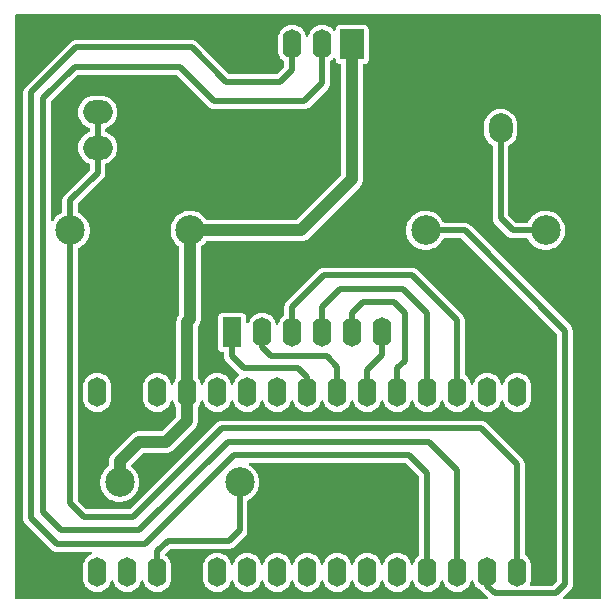
<source format=gbl>
G04 Layer: BottomLayer*
G04 EasyEDA v6.5.48, 2025-03-12 00:12:57*
G04 549dcaa0f3144c7bb9172a23e6edd774,878c4c1e0da8487e804687d0af4422f9,10*
G04 Gerber Generator version 0.2*
G04 Scale: 100 percent, Rotated: No, Reflected: No *
G04 Dimensions in millimeters *
G04 leading zeros omitted , absolute positions ,4 integer and 5 decimal *
%FSLAX45Y45*%
%MOMM*%

%ADD10C,0.5000*%
%ADD11C,1.0000*%
%ADD12O,1.5999968X2.4999949999999997*%
%ADD13O,2.4999949999999997X1.9999959999999999*%
%ADD14R,1.6000X2.5000*%
%ADD15R,2.0000X2.5000*%
%ADD16O,1.9999959999999999X2.4999949999999997*%
%ADD17C,2.5000*%
%ADD18C,0.0197*%

%LPD*%
G36*
X36068Y25908D02*
G01*
X32207Y26670D01*
X28905Y28905D01*
X26670Y32207D01*
X25908Y36068D01*
X25908Y4967732D01*
X26670Y4971643D01*
X28905Y4974945D01*
X32207Y4977130D01*
X36068Y4977892D01*
X4980432Y4977892D01*
X4984343Y4977130D01*
X4987645Y4974945D01*
X4989830Y4971643D01*
X4990592Y4967732D01*
X4990592Y36068D01*
X4989830Y32207D01*
X4987645Y28905D01*
X4984343Y26670D01*
X4980432Y25908D01*
X4677003Y25908D01*
X4673092Y26670D01*
X4669790Y28905D01*
X4667605Y32207D01*
X4666843Y36068D01*
X4667605Y39979D01*
X4669790Y43281D01*
X4732324Y105816D01*
X4739284Y113893D01*
X4744669Y122682D01*
X4748580Y132181D01*
X4750968Y142138D01*
X4751832Y152806D01*
X4751832Y2298293D01*
X4750968Y2308961D01*
X4748580Y2318918D01*
X4744669Y2328418D01*
X4739284Y2337206D01*
X4732324Y2345283D01*
X3881983Y3195624D01*
X3873906Y3202584D01*
X3865118Y3207969D01*
X3855618Y3211880D01*
X3845661Y3214268D01*
X3834993Y3215132D01*
X3663594Y3215132D01*
X3659936Y3215792D01*
X3656837Y3217672D01*
X3654551Y3220567D01*
X3647795Y3233623D01*
X3638042Y3248304D01*
X3626815Y3261867D01*
X3614165Y3274161D01*
X3600348Y3285032D01*
X3585413Y3294379D01*
X3569563Y3302050D01*
X3553002Y3308045D01*
X3535883Y3312210D01*
X3518408Y3314547D01*
X3500780Y3315055D01*
X3483254Y3313633D01*
X3465931Y3310382D01*
X3449065Y3305301D01*
X3432810Y3298444D01*
X3417417Y3289909D01*
X3402990Y3279749D01*
X3389731Y3268167D01*
X3377793Y3255213D01*
X3367278Y3241090D01*
X3358337Y3225901D01*
X3351072Y3209848D01*
X3345535Y3193135D01*
X3341827Y3175914D01*
X3339947Y3158388D01*
X3339947Y3140811D01*
X3341827Y3123285D01*
X3345535Y3106064D01*
X3351072Y3089351D01*
X3358337Y3073298D01*
X3367278Y3058109D01*
X3377793Y3043986D01*
X3389731Y3031032D01*
X3402990Y3019450D01*
X3417417Y3009290D01*
X3432810Y3000756D01*
X3449065Y2993898D01*
X3465931Y2988818D01*
X3483254Y2985566D01*
X3500780Y2984144D01*
X3518408Y2984652D01*
X3535883Y2986989D01*
X3553002Y2991154D01*
X3569563Y2997149D01*
X3585413Y3004820D01*
X3600348Y3014167D01*
X3614165Y3025038D01*
X3626815Y3037332D01*
X3638042Y3050895D01*
X3647795Y3065576D01*
X3654551Y3078632D01*
X3656837Y3081528D01*
X3659936Y3083407D01*
X3663594Y3084068D01*
X3804056Y3084068D01*
X3807968Y3083306D01*
X3811219Y3081121D01*
X4617821Y2274519D01*
X4620006Y2271268D01*
X4620768Y2267356D01*
X4620768Y183743D01*
X4620006Y179832D01*
X4617821Y176580D01*
X4585919Y144678D01*
X4582668Y142494D01*
X4578756Y141732D01*
X4397248Y141732D01*
X4393285Y142494D01*
X4389932Y144780D01*
X4387748Y148132D01*
X4387088Y152095D01*
X4387951Y156057D01*
X4392574Y166268D01*
X4396892Y180187D01*
X4399534Y194462D01*
X4400397Y209296D01*
X4400397Y298704D01*
X4399534Y313537D01*
X4396892Y327812D01*
X4392574Y341731D01*
X4386580Y354990D01*
X4379061Y367436D01*
X4370070Y378917D01*
X4359808Y389178D01*
X4349292Y397408D01*
X4347210Y399643D01*
X4345889Y402386D01*
X4345432Y405434D01*
X4345432Y1167993D01*
X4344568Y1178661D01*
X4342180Y1188618D01*
X4338269Y1198118D01*
X4332884Y1206906D01*
X4325924Y1214983D01*
X4021683Y1519224D01*
X4013606Y1526184D01*
X4004818Y1531569D01*
X3995318Y1535480D01*
X3985361Y1537868D01*
X3974693Y1538732D01*
X1778406Y1538732D01*
X1767738Y1537868D01*
X1757781Y1535480D01*
X1748282Y1531569D01*
X1739493Y1526184D01*
X1731416Y1519224D01*
X1004519Y792378D01*
X1001268Y790194D01*
X997356Y789432D01*
X640943Y789432D01*
X637032Y790194D01*
X633780Y792378D01*
X563778Y862380D01*
X561594Y865632D01*
X560832Y869543D01*
X560832Y2991358D01*
X561492Y2995015D01*
X563524Y2998216D01*
X566521Y3000451D01*
X575513Y3004820D01*
X590448Y3014167D01*
X604266Y3025038D01*
X616915Y3037332D01*
X628142Y3050895D01*
X637895Y3065576D01*
X646023Y3081223D01*
X652424Y3097631D01*
X657047Y3114598D01*
X659841Y3132023D01*
X660806Y3149600D01*
X659841Y3167176D01*
X657047Y3184601D01*
X652424Y3201568D01*
X646023Y3217976D01*
X637895Y3233623D01*
X628142Y3248304D01*
X616915Y3261867D01*
X604266Y3274161D01*
X590448Y3285032D01*
X575513Y3294379D01*
X566521Y3298748D01*
X563524Y3300984D01*
X561492Y3304184D01*
X560832Y3307842D01*
X560832Y3372256D01*
X561594Y3376168D01*
X563778Y3379419D01*
X774344Y3589985D01*
X781253Y3598113D01*
X786638Y3606850D01*
X790549Y3616350D01*
X792988Y3626358D01*
X793800Y3636975D01*
X793800Y3708654D01*
X794562Y3712565D01*
X796798Y3715867D01*
X800100Y3718051D01*
X814273Y3723944D01*
X828040Y3731564D01*
X840892Y3740658D01*
X852627Y3751173D01*
X863142Y3762908D01*
X872236Y3775760D01*
X879856Y3789578D01*
X885901Y3804107D01*
X890269Y3819245D01*
X892911Y3834790D01*
X893775Y3850487D01*
X892911Y3866235D01*
X890269Y3881780D01*
X885901Y3896918D01*
X879856Y3911447D01*
X872236Y3925265D01*
X863142Y3938117D01*
X852627Y3949852D01*
X840892Y3960368D01*
X828040Y3969461D01*
X814273Y3977081D01*
X800100Y3982974D01*
X796798Y3985158D01*
X794562Y3988460D01*
X793800Y3992372D01*
X793800Y4008678D01*
X794562Y4012539D01*
X796798Y4015841D01*
X800100Y4018076D01*
X814273Y4023918D01*
X828040Y4031538D01*
X840892Y4040682D01*
X852627Y4051147D01*
X863142Y4062933D01*
X872236Y4075785D01*
X879856Y4089552D01*
X885901Y4104132D01*
X890269Y4119270D01*
X892911Y4134764D01*
X893775Y4150512D01*
X892911Y4166260D01*
X890269Y4181754D01*
X885901Y4196892D01*
X879856Y4211472D01*
X872236Y4225239D01*
X863142Y4238091D01*
X852627Y4249877D01*
X840892Y4260342D01*
X828040Y4269486D01*
X814273Y4277106D01*
X799693Y4283100D01*
X784555Y4287469D01*
X769010Y4290110D01*
X753008Y4291025D01*
X703580Y4291025D01*
X687578Y4290110D01*
X672033Y4287469D01*
X656894Y4283100D01*
X642315Y4277106D01*
X628548Y4269486D01*
X615696Y4260342D01*
X603961Y4249877D01*
X593445Y4238091D01*
X584352Y4225239D01*
X576732Y4211472D01*
X570687Y4196892D01*
X566318Y4181754D01*
X563676Y4166260D01*
X562813Y4150512D01*
X563676Y4134764D01*
X566318Y4119270D01*
X570687Y4104132D01*
X576732Y4089552D01*
X584352Y4075785D01*
X593445Y4062933D01*
X603961Y4051147D01*
X615696Y4040682D01*
X628548Y4031538D01*
X642315Y4023918D01*
X656488Y4018076D01*
X659790Y4015841D01*
X662025Y4012539D01*
X662787Y4008678D01*
X662787Y3992372D01*
X662025Y3988460D01*
X659790Y3985158D01*
X656488Y3982974D01*
X642315Y3977081D01*
X628548Y3969461D01*
X615696Y3960368D01*
X603961Y3949852D01*
X593445Y3938117D01*
X584352Y3925265D01*
X576732Y3911447D01*
X570687Y3896918D01*
X566318Y3881780D01*
X563676Y3866235D01*
X562813Y3850487D01*
X563676Y3834790D01*
X566318Y3819245D01*
X570687Y3804107D01*
X576732Y3789578D01*
X584352Y3775760D01*
X593445Y3762908D01*
X603961Y3751173D01*
X615696Y3740658D01*
X628548Y3731564D01*
X642315Y3723944D01*
X656488Y3718051D01*
X659790Y3715867D01*
X662025Y3712565D01*
X662787Y3708654D01*
X662787Y3667963D01*
X662025Y3664051D01*
X659790Y3660749D01*
X449275Y3450183D01*
X442315Y3442106D01*
X436930Y3433318D01*
X433019Y3423818D01*
X430631Y3413861D01*
X429768Y3403193D01*
X429768Y3308045D01*
X429006Y3304184D01*
X426821Y3300933D01*
X422909Y3298444D01*
X407517Y3289909D01*
X393090Y3279749D01*
X379831Y3268167D01*
X367893Y3255213D01*
X357378Y3241090D01*
X351129Y3230473D01*
X348132Y3227273D01*
X344068Y3225596D01*
X339699Y3225800D01*
X335838Y3227832D01*
X333146Y3231337D01*
X332232Y3235604D01*
X332232Y4235856D01*
X332994Y4239768D01*
X335178Y4243019D01*
X557580Y4465421D01*
X560832Y4467606D01*
X564743Y4468368D01*
X1391056Y4468368D01*
X1394968Y4467606D01*
X1398219Y4465421D01*
X1667916Y4195775D01*
X1675993Y4188815D01*
X1684782Y4183430D01*
X1694281Y4179519D01*
X1704238Y4177131D01*
X1714906Y4176268D01*
X2476093Y4176268D01*
X2486761Y4177131D01*
X2496718Y4179519D01*
X2506218Y4183430D01*
X2515006Y4188815D01*
X2523083Y4195775D01*
X2674924Y4347616D01*
X2681884Y4355693D01*
X2687269Y4364482D01*
X2691180Y4373981D01*
X2693568Y4383938D01*
X2694432Y4394606D01*
X2694432Y4572965D01*
X2694889Y4576013D01*
X2696210Y4578756D01*
X2698292Y4580991D01*
X2708808Y4589221D01*
X2719070Y4599482D01*
X2724251Y4606036D01*
X2727299Y4608677D01*
X2731109Y4609896D01*
X2735072Y4609541D01*
X2738628Y4607661D01*
X2741168Y4604562D01*
X2742336Y4600752D01*
X2743200Y4591507D01*
X2745536Y4583938D01*
X2749245Y4576927D01*
X2754274Y4570780D01*
X2760421Y4565751D01*
X2767431Y4561992D01*
X2775000Y4559706D01*
X2783230Y4558893D01*
X2786786Y4557877D01*
X2789732Y4555591D01*
X2791714Y4552442D01*
X2792374Y4548784D01*
X2792374Y3623106D01*
X2791612Y3619195D01*
X2789428Y3615893D01*
X2416606Y3243072D01*
X2413304Y3240887D01*
X2409393Y3240125D01*
X1655013Y3240125D01*
X1651762Y3240633D01*
X1648815Y3242208D01*
X1646580Y3244646D01*
X1644142Y3248304D01*
X1632915Y3261867D01*
X1620266Y3274161D01*
X1606448Y3285032D01*
X1591513Y3294379D01*
X1575663Y3302050D01*
X1559102Y3308045D01*
X1541983Y3312210D01*
X1524508Y3314547D01*
X1506880Y3315055D01*
X1489354Y3313633D01*
X1472031Y3310382D01*
X1455166Y3305301D01*
X1438910Y3298444D01*
X1423517Y3289909D01*
X1409090Y3279749D01*
X1395831Y3268167D01*
X1383893Y3255213D01*
X1373378Y3241090D01*
X1364437Y3225901D01*
X1357172Y3209848D01*
X1351635Y3193135D01*
X1347927Y3175914D01*
X1346047Y3158388D01*
X1346047Y3140811D01*
X1347927Y3123285D01*
X1351635Y3106064D01*
X1357172Y3089351D01*
X1364437Y3073298D01*
X1373378Y3058109D01*
X1383893Y3043986D01*
X1395831Y3031032D01*
X1409090Y3019450D01*
X1416456Y3014268D01*
X1418793Y3011982D01*
X1420266Y3009138D01*
X1420774Y3005937D01*
X1420774Y2441448D01*
X1420164Y2437892D01*
X1418336Y2434793D01*
X1413764Y2429510D01*
X1408480Y2421788D01*
X1402791Y2410815D01*
X1398676Y2399131D01*
X1396187Y2387041D01*
X1395882Y2384348D01*
X1395374Y2374646D01*
X1395374Y1906016D01*
X1394815Y1902663D01*
X1393240Y1899716D01*
X1386738Y1891436D01*
X1379220Y1878990D01*
X1373225Y1865731D01*
X1368704Y1851253D01*
X1366621Y1847545D01*
X1363218Y1845005D01*
X1358798Y1844090D01*
X1354582Y1845005D01*
X1351178Y1847545D01*
X1349095Y1851253D01*
X1344574Y1865731D01*
X1338580Y1878990D01*
X1331061Y1891436D01*
X1322070Y1902917D01*
X1311808Y1913178D01*
X1300327Y1922170D01*
X1287881Y1929688D01*
X1274622Y1935683D01*
X1260754Y1940001D01*
X1246428Y1942592D01*
X1231900Y1943506D01*
X1217371Y1942592D01*
X1203045Y1940001D01*
X1189177Y1935683D01*
X1175918Y1929688D01*
X1163472Y1922170D01*
X1151991Y1913178D01*
X1141730Y1902917D01*
X1132738Y1891436D01*
X1125220Y1878990D01*
X1119225Y1865731D01*
X1114907Y1851812D01*
X1112266Y1837537D01*
X1111402Y1822704D01*
X1111402Y1733296D01*
X1112266Y1718462D01*
X1114907Y1704187D01*
X1119225Y1690268D01*
X1125220Y1677009D01*
X1132738Y1664563D01*
X1141730Y1653082D01*
X1151991Y1642821D01*
X1163472Y1633829D01*
X1175918Y1626311D01*
X1189177Y1620316D01*
X1203045Y1615998D01*
X1217371Y1613408D01*
X1231900Y1612493D01*
X1246428Y1613408D01*
X1260754Y1615998D01*
X1274622Y1620316D01*
X1287881Y1626311D01*
X1300327Y1633829D01*
X1311808Y1642821D01*
X1322070Y1653082D01*
X1331061Y1664563D01*
X1338580Y1677009D01*
X1344574Y1690268D01*
X1349095Y1704746D01*
X1351178Y1708454D01*
X1354582Y1710994D01*
X1359001Y1711909D01*
X1363218Y1710994D01*
X1366621Y1708454D01*
X1368704Y1704746D01*
X1373225Y1690268D01*
X1379220Y1677009D01*
X1386738Y1664563D01*
X1393240Y1656283D01*
X1394815Y1653336D01*
X1395374Y1649984D01*
X1395374Y1578406D01*
X1394612Y1574495D01*
X1392428Y1571193D01*
X1273606Y1452372D01*
X1270304Y1450187D01*
X1266393Y1449425D01*
X1079754Y1449425D01*
X1070051Y1448917D01*
X1067358Y1448612D01*
X1055268Y1446123D01*
X1043584Y1442008D01*
X1032611Y1436319D01*
X1024686Y1430934D01*
X1022502Y1429207D01*
X1015288Y1422704D01*
X850595Y1258011D01*
X844092Y1250797D01*
X842365Y1248613D01*
X836980Y1240688D01*
X831291Y1229715D01*
X827176Y1218031D01*
X824687Y1205941D01*
X824382Y1203248D01*
X823874Y1193546D01*
X823874Y1159967D01*
X823417Y1156919D01*
X822096Y1154176D01*
X819962Y1151940D01*
X805434Y1140561D01*
X792784Y1128268D01*
X781558Y1114704D01*
X771804Y1100023D01*
X763676Y1084376D01*
X757275Y1067968D01*
X752652Y1051001D01*
X749858Y1033576D01*
X748893Y1016000D01*
X749858Y998423D01*
X752652Y980998D01*
X757275Y964031D01*
X763676Y947623D01*
X771804Y931976D01*
X781558Y917295D01*
X792784Y903732D01*
X805434Y891438D01*
X819251Y880567D01*
X834186Y871219D01*
X850036Y863549D01*
X866597Y857554D01*
X883716Y853389D01*
X901192Y851052D01*
X918819Y850544D01*
X936345Y851966D01*
X953668Y855218D01*
X970534Y860298D01*
X986790Y867156D01*
X1002182Y875690D01*
X1016609Y885850D01*
X1029868Y897432D01*
X1041806Y910386D01*
X1052322Y924509D01*
X1061262Y939698D01*
X1068527Y955751D01*
X1074064Y972464D01*
X1077772Y989685D01*
X1079652Y1007211D01*
X1079652Y1024788D01*
X1077772Y1042314D01*
X1074064Y1059535D01*
X1068527Y1076248D01*
X1061262Y1092301D01*
X1052322Y1107490D01*
X1041806Y1121613D01*
X1029868Y1134567D01*
X1016609Y1146149D01*
X1013663Y1148232D01*
X1010716Y1151483D01*
X1009396Y1155649D01*
X1009954Y1160018D01*
X1012342Y1163726D01*
X1113993Y1265428D01*
X1117295Y1267612D01*
X1121206Y1268374D01*
X1307846Y1268374D01*
X1317548Y1268882D01*
X1320241Y1269187D01*
X1332331Y1271676D01*
X1344015Y1275791D01*
X1354988Y1281480D01*
X1362913Y1286865D01*
X1365097Y1288592D01*
X1372311Y1295095D01*
X1549704Y1472488D01*
X1556207Y1479702D01*
X1557934Y1481886D01*
X1563319Y1489811D01*
X1569008Y1500784D01*
X1573123Y1512468D01*
X1575612Y1524558D01*
X1575917Y1527251D01*
X1576425Y1536954D01*
X1576425Y1649984D01*
X1576984Y1653336D01*
X1578559Y1656283D01*
X1585061Y1664563D01*
X1592580Y1677009D01*
X1598574Y1690268D01*
X1603095Y1704746D01*
X1605178Y1708454D01*
X1608582Y1710994D01*
X1613001Y1711909D01*
X1617218Y1710994D01*
X1620621Y1708454D01*
X1622704Y1704746D01*
X1627225Y1690268D01*
X1633220Y1677009D01*
X1640738Y1664563D01*
X1649730Y1653082D01*
X1659991Y1642821D01*
X1671472Y1633829D01*
X1683918Y1626311D01*
X1697177Y1620316D01*
X1711045Y1615998D01*
X1725371Y1613408D01*
X1739900Y1612493D01*
X1754428Y1613408D01*
X1768754Y1615998D01*
X1782622Y1620316D01*
X1795881Y1626311D01*
X1808327Y1633829D01*
X1819808Y1642821D01*
X1830070Y1653082D01*
X1839061Y1664563D01*
X1846580Y1677009D01*
X1852574Y1690268D01*
X1857095Y1704746D01*
X1859178Y1708454D01*
X1862582Y1710994D01*
X1867001Y1711909D01*
X1871218Y1710994D01*
X1874621Y1708454D01*
X1876704Y1704746D01*
X1881225Y1690268D01*
X1887220Y1677009D01*
X1894738Y1664563D01*
X1903730Y1653082D01*
X1913991Y1642821D01*
X1925472Y1633829D01*
X1937918Y1626311D01*
X1951177Y1620316D01*
X1965045Y1615998D01*
X1979371Y1613408D01*
X1993900Y1612493D01*
X2008428Y1613408D01*
X2022754Y1615998D01*
X2036622Y1620316D01*
X2049881Y1626311D01*
X2062327Y1633829D01*
X2073808Y1642821D01*
X2084070Y1653082D01*
X2093061Y1664563D01*
X2100580Y1677009D01*
X2106574Y1690268D01*
X2111095Y1704746D01*
X2113178Y1708454D01*
X2116582Y1710994D01*
X2121001Y1711909D01*
X2125218Y1710994D01*
X2128621Y1708454D01*
X2130704Y1704746D01*
X2135225Y1690268D01*
X2141220Y1677009D01*
X2148738Y1664563D01*
X2157730Y1653082D01*
X2167991Y1642821D01*
X2179472Y1633829D01*
X2191918Y1626311D01*
X2205177Y1620316D01*
X2219045Y1615998D01*
X2233371Y1613408D01*
X2247900Y1612493D01*
X2262428Y1613408D01*
X2276754Y1615998D01*
X2290622Y1620316D01*
X2303881Y1626311D01*
X2316327Y1633829D01*
X2327808Y1642821D01*
X2338070Y1653082D01*
X2347061Y1664563D01*
X2354580Y1677009D01*
X2360574Y1690268D01*
X2365095Y1704746D01*
X2367178Y1708454D01*
X2370582Y1710994D01*
X2375001Y1711909D01*
X2379218Y1710994D01*
X2382621Y1708454D01*
X2384704Y1704746D01*
X2389225Y1690268D01*
X2395220Y1677009D01*
X2402738Y1664563D01*
X2411730Y1653082D01*
X2421991Y1642821D01*
X2433472Y1633829D01*
X2445918Y1626311D01*
X2459177Y1620316D01*
X2473045Y1615998D01*
X2487371Y1613408D01*
X2501900Y1612493D01*
X2516428Y1613408D01*
X2530754Y1615998D01*
X2544622Y1620316D01*
X2557881Y1626311D01*
X2570327Y1633829D01*
X2581808Y1642821D01*
X2592070Y1653082D01*
X2601061Y1664563D01*
X2608580Y1677009D01*
X2614574Y1690268D01*
X2619095Y1704746D01*
X2621178Y1708454D01*
X2624582Y1710994D01*
X2629001Y1711909D01*
X2633218Y1710994D01*
X2636621Y1708454D01*
X2638704Y1704746D01*
X2643225Y1690268D01*
X2649220Y1677009D01*
X2656738Y1664563D01*
X2665730Y1653082D01*
X2675991Y1642821D01*
X2687472Y1633829D01*
X2699918Y1626311D01*
X2713177Y1620316D01*
X2727045Y1615998D01*
X2741371Y1613408D01*
X2755900Y1612493D01*
X2770428Y1613408D01*
X2784754Y1615998D01*
X2798622Y1620316D01*
X2811881Y1626311D01*
X2824327Y1633829D01*
X2835808Y1642821D01*
X2846070Y1653082D01*
X2855061Y1664563D01*
X2862580Y1677009D01*
X2868574Y1690268D01*
X2873095Y1704746D01*
X2875178Y1708454D01*
X2878582Y1710994D01*
X2883001Y1711909D01*
X2887218Y1710994D01*
X2890621Y1708454D01*
X2892704Y1704746D01*
X2897225Y1690268D01*
X2903220Y1677009D01*
X2910738Y1664563D01*
X2919730Y1653082D01*
X2929991Y1642821D01*
X2941472Y1633829D01*
X2953918Y1626311D01*
X2967177Y1620316D01*
X2981045Y1615998D01*
X2995371Y1613408D01*
X3009900Y1612493D01*
X3024428Y1613408D01*
X3038754Y1615998D01*
X3052622Y1620316D01*
X3065881Y1626311D01*
X3078327Y1633829D01*
X3089808Y1642821D01*
X3100070Y1653082D01*
X3109061Y1664563D01*
X3116580Y1677009D01*
X3122574Y1690268D01*
X3127095Y1704746D01*
X3129178Y1708454D01*
X3132582Y1710994D01*
X3137001Y1711909D01*
X3141218Y1710994D01*
X3144621Y1708454D01*
X3146704Y1704746D01*
X3151225Y1690268D01*
X3157220Y1677009D01*
X3164738Y1664563D01*
X3173730Y1653082D01*
X3183991Y1642821D01*
X3195472Y1633829D01*
X3207918Y1626311D01*
X3221177Y1620316D01*
X3235045Y1615998D01*
X3249371Y1613408D01*
X3263900Y1612493D01*
X3278428Y1613408D01*
X3292754Y1615998D01*
X3306622Y1620316D01*
X3319881Y1626311D01*
X3332327Y1633829D01*
X3343808Y1642821D01*
X3354070Y1653082D01*
X3363061Y1664563D01*
X3370579Y1677009D01*
X3376574Y1690268D01*
X3381095Y1704746D01*
X3383178Y1708454D01*
X3386582Y1710994D01*
X3391001Y1711909D01*
X3395218Y1710994D01*
X3398621Y1708454D01*
X3400704Y1704746D01*
X3405225Y1690268D01*
X3411220Y1677009D01*
X3418738Y1664563D01*
X3427729Y1653082D01*
X3437991Y1642821D01*
X3449472Y1633829D01*
X3461918Y1626311D01*
X3475177Y1620316D01*
X3489045Y1615998D01*
X3503371Y1613408D01*
X3517900Y1612493D01*
X3532428Y1613408D01*
X3546754Y1615998D01*
X3560622Y1620316D01*
X3573881Y1626311D01*
X3586327Y1633829D01*
X3597808Y1642821D01*
X3608070Y1653082D01*
X3617061Y1664563D01*
X3624579Y1677009D01*
X3630574Y1690268D01*
X3635095Y1704746D01*
X3637178Y1708454D01*
X3640582Y1710994D01*
X3645001Y1711909D01*
X3649218Y1710994D01*
X3652621Y1708454D01*
X3654704Y1704746D01*
X3659225Y1690268D01*
X3665220Y1677009D01*
X3672738Y1664563D01*
X3681729Y1653082D01*
X3691991Y1642821D01*
X3703472Y1633829D01*
X3715918Y1626311D01*
X3729177Y1620316D01*
X3743045Y1615998D01*
X3757371Y1613408D01*
X3771900Y1612493D01*
X3786428Y1613408D01*
X3800754Y1615998D01*
X3814622Y1620316D01*
X3827881Y1626311D01*
X3840327Y1633829D01*
X3851808Y1642821D01*
X3862070Y1653082D01*
X3871061Y1664563D01*
X3878579Y1677009D01*
X3884574Y1690268D01*
X3889095Y1704746D01*
X3891178Y1708454D01*
X3894582Y1710994D01*
X3899001Y1711909D01*
X3903218Y1710994D01*
X3906621Y1708454D01*
X3908704Y1704746D01*
X3913225Y1690268D01*
X3919220Y1677009D01*
X3926738Y1664563D01*
X3935729Y1653082D01*
X3945991Y1642821D01*
X3957472Y1633829D01*
X3969918Y1626311D01*
X3983177Y1620316D01*
X3997045Y1615998D01*
X4011371Y1613408D01*
X4025900Y1612493D01*
X4040428Y1613408D01*
X4054754Y1615998D01*
X4068622Y1620316D01*
X4081881Y1626311D01*
X4094327Y1633829D01*
X4105808Y1642821D01*
X4116070Y1653082D01*
X4125061Y1664563D01*
X4132579Y1677009D01*
X4138574Y1690268D01*
X4143095Y1704746D01*
X4145178Y1708454D01*
X4148582Y1710994D01*
X4153001Y1711909D01*
X4157218Y1710994D01*
X4160621Y1708454D01*
X4162704Y1704746D01*
X4167225Y1690268D01*
X4173220Y1677009D01*
X4180738Y1664563D01*
X4189729Y1653082D01*
X4199991Y1642821D01*
X4211472Y1633829D01*
X4223918Y1626311D01*
X4237177Y1620316D01*
X4251045Y1615998D01*
X4265371Y1613408D01*
X4279900Y1612493D01*
X4294428Y1613408D01*
X4308754Y1615998D01*
X4322622Y1620316D01*
X4335881Y1626311D01*
X4348327Y1633829D01*
X4359808Y1642821D01*
X4370070Y1653082D01*
X4379061Y1664563D01*
X4386580Y1677009D01*
X4392574Y1690268D01*
X4396892Y1704187D01*
X4399534Y1718462D01*
X4400397Y1733296D01*
X4400397Y1822704D01*
X4399534Y1837537D01*
X4396892Y1851812D01*
X4392574Y1865731D01*
X4386580Y1878990D01*
X4379061Y1891436D01*
X4370070Y1902917D01*
X4359808Y1913178D01*
X4348327Y1922170D01*
X4335881Y1929688D01*
X4322622Y1935683D01*
X4308754Y1940001D01*
X4294428Y1942592D01*
X4279900Y1943506D01*
X4265371Y1942592D01*
X4251045Y1940001D01*
X4237177Y1935683D01*
X4223918Y1929688D01*
X4211472Y1922170D01*
X4199991Y1913178D01*
X4189729Y1902917D01*
X4180738Y1891436D01*
X4173220Y1878990D01*
X4167225Y1865731D01*
X4162704Y1851253D01*
X4160621Y1847545D01*
X4157218Y1845005D01*
X4152798Y1844090D01*
X4148582Y1845005D01*
X4145178Y1847545D01*
X4143095Y1851253D01*
X4138574Y1865731D01*
X4132579Y1878990D01*
X4125061Y1891436D01*
X4116070Y1902917D01*
X4105808Y1913178D01*
X4094327Y1922170D01*
X4081881Y1929688D01*
X4068622Y1935683D01*
X4054754Y1940001D01*
X4040428Y1942592D01*
X4025900Y1943506D01*
X4011371Y1942592D01*
X3997045Y1940001D01*
X3983177Y1935683D01*
X3969918Y1929688D01*
X3957472Y1922170D01*
X3945991Y1913178D01*
X3935729Y1902917D01*
X3926738Y1891436D01*
X3919220Y1878990D01*
X3913225Y1865731D01*
X3908704Y1851253D01*
X3906621Y1847545D01*
X3903218Y1845005D01*
X3898798Y1844090D01*
X3894582Y1845005D01*
X3891178Y1847545D01*
X3889095Y1851253D01*
X3884574Y1865731D01*
X3878579Y1878990D01*
X3871061Y1891436D01*
X3862070Y1902917D01*
X3851808Y1913178D01*
X3841292Y1921408D01*
X3839210Y1923643D01*
X3837889Y1926386D01*
X3837432Y1929434D01*
X3837432Y2387193D01*
X3836568Y2397861D01*
X3834180Y2407818D01*
X3830269Y2417318D01*
X3824884Y2426106D01*
X3817924Y2434183D01*
X3437483Y2814624D01*
X3429406Y2821584D01*
X3420618Y2826969D01*
X3411118Y2830880D01*
X3401161Y2833268D01*
X3390493Y2834132D01*
X2642006Y2834132D01*
X2631338Y2833268D01*
X2621381Y2830880D01*
X2611882Y2826969D01*
X2603093Y2821584D01*
X2595016Y2814624D01*
X2328875Y2548483D01*
X2321915Y2540406D01*
X2316530Y2531618D01*
X2312619Y2522118D01*
X2310231Y2512161D01*
X2309368Y2501493D01*
X2309368Y2437434D01*
X2308910Y2434386D01*
X2307590Y2431643D01*
X2305507Y2429408D01*
X2294991Y2421178D01*
X2284730Y2410917D01*
X2275738Y2399436D01*
X2268220Y2386990D01*
X2262225Y2373731D01*
X2257704Y2359253D01*
X2255621Y2355545D01*
X2252218Y2353005D01*
X2247798Y2352090D01*
X2243582Y2353005D01*
X2240178Y2355545D01*
X2238095Y2359253D01*
X2233574Y2373731D01*
X2227580Y2386990D01*
X2220061Y2399436D01*
X2211070Y2410917D01*
X2200808Y2421178D01*
X2189327Y2430170D01*
X2176881Y2437688D01*
X2163622Y2443683D01*
X2149754Y2448001D01*
X2135428Y2450592D01*
X2120900Y2451506D01*
X2106371Y2450592D01*
X2092045Y2448001D01*
X2078177Y2443683D01*
X2064918Y2437688D01*
X2052472Y2430170D01*
X2040991Y2421178D01*
X2030730Y2410917D01*
X2021738Y2399436D01*
X2014220Y2386990D01*
X2008225Y2373731D01*
X2007260Y2370632D01*
X2005279Y2367076D01*
X2002078Y2364536D01*
X1998116Y2363520D01*
X1994052Y2364130D01*
X1990598Y2366314D01*
X1988261Y2369667D01*
X1987397Y2373680D01*
X1987397Y2410510D01*
X1986584Y2418892D01*
X1984298Y2426462D01*
X1980539Y2433472D01*
X1975510Y2439619D01*
X1969363Y2444648D01*
X1962404Y2448407D01*
X1954784Y2450693D01*
X1946402Y2451506D01*
X1787398Y2451506D01*
X1779016Y2450693D01*
X1771396Y2448407D01*
X1764436Y2444648D01*
X1758289Y2439619D01*
X1753260Y2433472D01*
X1749501Y2426462D01*
X1747215Y2418892D01*
X1746402Y2410510D01*
X1746402Y2161489D01*
X1747215Y2153107D01*
X1749501Y2145538D01*
X1753260Y2138527D01*
X1758289Y2132380D01*
X1764436Y2127351D01*
X1771396Y2123592D01*
X1779016Y2121306D01*
X1787398Y2120493D01*
X1791207Y2120493D01*
X1795119Y2119731D01*
X1798421Y2117496D01*
X1800606Y2114194D01*
X1801368Y2110333D01*
X1801368Y2083206D01*
X1802231Y2072538D01*
X1804619Y2062581D01*
X1808530Y2053082D01*
X1813915Y2044293D01*
X1820875Y2036216D01*
X1921916Y1935175D01*
X1924761Y1931416D01*
X1925624Y1927047D01*
X1924557Y1922729D01*
X1921764Y1919274D01*
X1913991Y1913178D01*
X1903730Y1902917D01*
X1894738Y1891436D01*
X1887220Y1878990D01*
X1881225Y1865731D01*
X1876704Y1851253D01*
X1874621Y1847545D01*
X1871218Y1845005D01*
X1866798Y1844090D01*
X1862582Y1845005D01*
X1859178Y1847545D01*
X1857095Y1851253D01*
X1852574Y1865731D01*
X1846580Y1878990D01*
X1839061Y1891436D01*
X1830070Y1902917D01*
X1819808Y1913178D01*
X1808327Y1922170D01*
X1795881Y1929688D01*
X1782622Y1935683D01*
X1768754Y1940001D01*
X1754428Y1942592D01*
X1739900Y1943506D01*
X1725371Y1942592D01*
X1711045Y1940001D01*
X1697177Y1935683D01*
X1683918Y1929688D01*
X1671472Y1922170D01*
X1659991Y1913178D01*
X1649730Y1902917D01*
X1640738Y1891436D01*
X1633220Y1878990D01*
X1627225Y1865731D01*
X1622704Y1851253D01*
X1620621Y1847545D01*
X1617218Y1845005D01*
X1612798Y1844090D01*
X1608582Y1845005D01*
X1605178Y1847545D01*
X1603095Y1851253D01*
X1598574Y1865731D01*
X1592580Y1878990D01*
X1585061Y1891436D01*
X1578559Y1899716D01*
X1576984Y1902663D01*
X1576425Y1906016D01*
X1576425Y2333752D01*
X1577035Y2337308D01*
X1578864Y2340406D01*
X1583436Y2345690D01*
X1588719Y2353411D01*
X1594408Y2364384D01*
X1598523Y2376068D01*
X1601012Y2388158D01*
X1601317Y2390851D01*
X1601825Y2400554D01*
X1601825Y3005632D01*
X1602282Y3008680D01*
X1603603Y3011424D01*
X1605737Y3013659D01*
X1620266Y3025038D01*
X1632915Y3037332D01*
X1644142Y3050895D01*
X1646580Y3054553D01*
X1648815Y3056991D01*
X1651762Y3058566D01*
X1655013Y3059074D01*
X2450846Y3059074D01*
X2460548Y3059582D01*
X2463241Y3059887D01*
X2475331Y3062376D01*
X2487015Y3066491D01*
X2497988Y3072180D01*
X2505913Y3077565D01*
X2508097Y3079292D01*
X2515311Y3085795D01*
X2946704Y3517188D01*
X2953207Y3524402D01*
X2954934Y3526586D01*
X2960319Y3534511D01*
X2966008Y3545484D01*
X2970123Y3557168D01*
X2972612Y3569258D01*
X2972917Y3571951D01*
X2973425Y3581654D01*
X2973425Y4548784D01*
X2974086Y4552442D01*
X2976067Y4555591D01*
X2979013Y4557877D01*
X2982569Y4558893D01*
X2990799Y4559706D01*
X2998368Y4561992D01*
X3005378Y4565751D01*
X3011525Y4570780D01*
X3016554Y4576927D01*
X3020263Y4583938D01*
X3022600Y4591507D01*
X3023412Y4599889D01*
X3023412Y4848910D01*
X3022600Y4857292D01*
X3020263Y4864862D01*
X3016554Y4871872D01*
X3011525Y4878019D01*
X3005378Y4883048D01*
X2998368Y4886807D01*
X2990799Y4889093D01*
X2982417Y4889906D01*
X2783382Y4889906D01*
X2775000Y4889093D01*
X2767431Y4886807D01*
X2760421Y4883048D01*
X2754274Y4878019D01*
X2749245Y4871872D01*
X2745536Y4864862D01*
X2743200Y4857292D01*
X2742336Y4848047D01*
X2741168Y4844237D01*
X2738628Y4841138D01*
X2735072Y4839258D01*
X2731109Y4838903D01*
X2727299Y4840122D01*
X2724251Y4842764D01*
X2719070Y4849317D01*
X2708808Y4859578D01*
X2697327Y4868570D01*
X2684881Y4876088D01*
X2671622Y4882083D01*
X2657754Y4886401D01*
X2643428Y4888992D01*
X2628900Y4889906D01*
X2614371Y4888992D01*
X2600045Y4886401D01*
X2586177Y4882083D01*
X2572918Y4876088D01*
X2560472Y4868570D01*
X2548991Y4859578D01*
X2538730Y4849317D01*
X2529738Y4837836D01*
X2522220Y4825390D01*
X2516225Y4812131D01*
X2511704Y4797653D01*
X2509621Y4793945D01*
X2506218Y4791405D01*
X2501798Y4790490D01*
X2497582Y4791405D01*
X2494178Y4793945D01*
X2492095Y4797653D01*
X2487574Y4812131D01*
X2481580Y4825390D01*
X2474061Y4837836D01*
X2465070Y4849317D01*
X2454808Y4859578D01*
X2443327Y4868570D01*
X2430881Y4876088D01*
X2417622Y4882083D01*
X2403754Y4886401D01*
X2389428Y4888992D01*
X2374900Y4889906D01*
X2360371Y4888992D01*
X2346045Y4886401D01*
X2332177Y4882083D01*
X2318918Y4876088D01*
X2306472Y4868570D01*
X2294991Y4859578D01*
X2284730Y4849317D01*
X2275738Y4837836D01*
X2268220Y4825390D01*
X2262225Y4812131D01*
X2257907Y4798212D01*
X2255266Y4783937D01*
X2254402Y4769104D01*
X2254402Y4679696D01*
X2255266Y4664862D01*
X2257907Y4650587D01*
X2262225Y4636668D01*
X2268220Y4623409D01*
X2275738Y4610963D01*
X2284730Y4599482D01*
X2294991Y4589221D01*
X2305507Y4580991D01*
X2307590Y4578756D01*
X2308910Y4576013D01*
X2309368Y4572965D01*
X2309368Y4539843D01*
X2308606Y4535932D01*
X2306421Y4532680D01*
X2249119Y4475378D01*
X2245868Y4473194D01*
X2241956Y4472432D01*
X1847443Y4472432D01*
X1843532Y4473194D01*
X1840280Y4475378D01*
X1570583Y4745024D01*
X1562506Y4751984D01*
X1553718Y4757369D01*
X1544218Y4761280D01*
X1534261Y4763668D01*
X1523593Y4764532D01*
X546506Y4764532D01*
X535838Y4763668D01*
X525881Y4761280D01*
X516382Y4757369D01*
X507593Y4751984D01*
X499516Y4745024D01*
X119075Y4364583D01*
X112115Y4356506D01*
X106730Y4347718D01*
X102819Y4338218D01*
X100431Y4328261D01*
X99568Y4317593D01*
X99568Y711606D01*
X100431Y700938D01*
X102819Y690981D01*
X106730Y681482D01*
X112115Y672693D01*
X119075Y664616D01*
X334416Y449275D01*
X342493Y442315D01*
X351282Y436930D01*
X360781Y433019D01*
X370738Y430631D01*
X381406Y429768D01*
X674116Y429768D01*
X677976Y429006D01*
X681228Y426872D01*
X683463Y423621D01*
X684276Y419811D01*
X683564Y415950D01*
X681482Y412648D01*
X678281Y410362D01*
X667918Y405688D01*
X655472Y398170D01*
X643991Y389178D01*
X633730Y378917D01*
X624738Y367436D01*
X617220Y354990D01*
X611225Y341731D01*
X606907Y327812D01*
X604266Y313537D01*
X603402Y298704D01*
X603402Y209296D01*
X604266Y194462D01*
X606907Y180187D01*
X611225Y166268D01*
X617220Y153009D01*
X624738Y140563D01*
X633730Y129082D01*
X643991Y118821D01*
X655472Y109829D01*
X667918Y102311D01*
X681177Y96316D01*
X695045Y91998D01*
X709371Y89408D01*
X723900Y88493D01*
X738428Y89408D01*
X752754Y91998D01*
X766622Y96316D01*
X779881Y102311D01*
X792327Y109829D01*
X803808Y118821D01*
X814069Y129082D01*
X823061Y140563D01*
X830580Y153009D01*
X836574Y166268D01*
X841095Y180746D01*
X843178Y184454D01*
X846582Y186994D01*
X851001Y187909D01*
X855218Y186994D01*
X858621Y184454D01*
X860704Y180746D01*
X865225Y166268D01*
X871219Y153009D01*
X878738Y140563D01*
X887730Y129082D01*
X897991Y118821D01*
X909472Y109829D01*
X921918Y102311D01*
X935177Y96316D01*
X949045Y91998D01*
X963371Y89408D01*
X977900Y88493D01*
X992428Y89408D01*
X1006754Y91998D01*
X1020622Y96316D01*
X1033881Y102311D01*
X1046327Y109829D01*
X1057808Y118821D01*
X1068070Y129082D01*
X1077061Y140563D01*
X1084580Y153009D01*
X1090574Y166268D01*
X1095095Y180746D01*
X1097178Y184454D01*
X1100582Y186994D01*
X1105001Y187909D01*
X1109218Y186994D01*
X1112621Y184454D01*
X1114704Y180746D01*
X1119225Y166268D01*
X1125220Y153009D01*
X1132738Y140563D01*
X1141730Y129082D01*
X1151991Y118821D01*
X1163472Y109829D01*
X1175918Y102311D01*
X1189177Y96316D01*
X1203045Y91998D01*
X1217371Y89408D01*
X1231900Y88493D01*
X1246428Y89408D01*
X1260754Y91998D01*
X1274622Y96316D01*
X1287881Y102311D01*
X1300327Y109829D01*
X1311808Y118821D01*
X1322070Y129082D01*
X1331061Y140563D01*
X1338580Y153009D01*
X1344574Y166268D01*
X1348892Y180187D01*
X1351534Y194462D01*
X1352397Y209296D01*
X1352397Y298704D01*
X1351534Y313537D01*
X1348892Y327812D01*
X1344574Y341731D01*
X1338580Y354990D01*
X1331061Y367436D01*
X1322070Y378917D01*
X1311808Y389178D01*
X1304086Y395224D01*
X1301343Y398526D01*
X1300226Y402640D01*
X1300835Y406857D01*
X1303172Y410413D01*
X1344980Y452221D01*
X1348232Y454406D01*
X1352143Y455168D01*
X1841093Y455168D01*
X1851761Y456031D01*
X1861718Y458419D01*
X1871218Y462330D01*
X1880006Y467715D01*
X1888083Y474675D01*
X1976424Y563016D01*
X1983384Y571093D01*
X1988769Y579882D01*
X1992680Y589381D01*
X1995068Y599338D01*
X1995932Y610006D01*
X1995932Y857554D01*
X1996693Y861415D01*
X1998878Y864666D01*
X2002789Y867156D01*
X2018182Y875690D01*
X2032609Y885850D01*
X2045868Y897432D01*
X2057806Y910386D01*
X2068322Y924509D01*
X2077262Y939698D01*
X2084527Y955751D01*
X2090064Y972464D01*
X2093772Y989685D01*
X2095652Y1007211D01*
X2095652Y1024788D01*
X2093772Y1042314D01*
X2090064Y1059535D01*
X2084527Y1076248D01*
X2077262Y1092301D01*
X2068322Y1107490D01*
X2057806Y1121613D01*
X2045868Y1134567D01*
X2032609Y1146149D01*
X2018182Y1156309D01*
X2011425Y1160018D01*
X2008124Y1162964D01*
X2006346Y1167028D01*
X2006498Y1171448D01*
X2008530Y1175410D01*
X2012035Y1178102D01*
X2016353Y1179068D01*
X3334156Y1179068D01*
X3338068Y1178306D01*
X3341319Y1176121D01*
X3449421Y1068019D01*
X3451606Y1064768D01*
X3452368Y1060856D01*
X3452368Y405434D01*
X3451910Y402386D01*
X3450590Y399643D01*
X3448507Y397408D01*
X3437991Y389178D01*
X3427729Y378917D01*
X3418738Y367436D01*
X3411220Y354990D01*
X3405225Y341731D01*
X3400704Y327253D01*
X3398621Y323545D01*
X3395218Y321005D01*
X3390798Y320090D01*
X3386582Y321005D01*
X3383178Y323545D01*
X3381095Y327253D01*
X3376574Y341731D01*
X3370579Y354990D01*
X3363061Y367436D01*
X3354070Y378917D01*
X3343808Y389178D01*
X3332327Y398170D01*
X3319881Y405688D01*
X3306622Y411683D01*
X3292754Y416001D01*
X3278428Y418592D01*
X3263900Y419506D01*
X3249371Y418592D01*
X3235045Y416001D01*
X3221177Y411683D01*
X3207918Y405688D01*
X3195472Y398170D01*
X3183991Y389178D01*
X3173730Y378917D01*
X3164738Y367436D01*
X3157220Y354990D01*
X3151225Y341731D01*
X3146704Y327253D01*
X3144621Y323545D01*
X3141218Y321005D01*
X3136798Y320090D01*
X3132582Y321005D01*
X3129178Y323545D01*
X3127095Y327253D01*
X3122574Y341731D01*
X3116580Y354990D01*
X3109061Y367436D01*
X3100070Y378917D01*
X3089808Y389178D01*
X3078327Y398170D01*
X3065881Y405688D01*
X3052622Y411683D01*
X3038754Y416001D01*
X3024428Y418592D01*
X3009900Y419506D01*
X2995371Y418592D01*
X2981045Y416001D01*
X2967177Y411683D01*
X2953918Y405688D01*
X2941472Y398170D01*
X2929991Y389178D01*
X2919730Y378917D01*
X2910738Y367436D01*
X2903220Y354990D01*
X2897225Y341731D01*
X2892704Y327253D01*
X2890621Y323545D01*
X2887218Y321005D01*
X2882798Y320090D01*
X2878582Y321005D01*
X2875178Y323545D01*
X2873095Y327253D01*
X2868574Y341731D01*
X2862580Y354990D01*
X2855061Y367436D01*
X2846070Y378917D01*
X2835808Y389178D01*
X2824327Y398170D01*
X2811881Y405688D01*
X2798622Y411683D01*
X2784754Y416001D01*
X2770428Y418592D01*
X2755900Y419506D01*
X2741371Y418592D01*
X2727045Y416001D01*
X2713177Y411683D01*
X2699918Y405688D01*
X2687472Y398170D01*
X2675991Y389178D01*
X2665730Y378917D01*
X2656738Y367436D01*
X2649220Y354990D01*
X2643225Y341731D01*
X2638704Y327253D01*
X2636621Y323545D01*
X2633218Y321005D01*
X2628798Y320090D01*
X2624582Y321005D01*
X2621178Y323545D01*
X2619095Y327253D01*
X2614574Y341731D01*
X2608580Y354990D01*
X2601061Y367436D01*
X2592070Y378917D01*
X2581808Y389178D01*
X2570327Y398170D01*
X2557881Y405688D01*
X2544622Y411683D01*
X2530754Y416001D01*
X2516428Y418592D01*
X2501900Y419506D01*
X2487371Y418592D01*
X2473045Y416001D01*
X2459177Y411683D01*
X2445918Y405688D01*
X2433472Y398170D01*
X2421991Y389178D01*
X2411730Y378917D01*
X2402738Y367436D01*
X2395220Y354990D01*
X2389225Y341731D01*
X2384704Y327253D01*
X2382621Y323545D01*
X2379218Y321005D01*
X2374798Y320090D01*
X2370582Y321005D01*
X2367178Y323545D01*
X2365095Y327253D01*
X2360574Y341731D01*
X2354580Y354990D01*
X2347061Y367436D01*
X2338070Y378917D01*
X2327808Y389178D01*
X2316327Y398170D01*
X2303881Y405688D01*
X2290622Y411683D01*
X2276754Y416001D01*
X2262428Y418592D01*
X2247900Y419506D01*
X2233371Y418592D01*
X2219045Y416001D01*
X2205177Y411683D01*
X2191918Y405688D01*
X2179472Y398170D01*
X2167991Y389178D01*
X2157730Y378917D01*
X2148738Y367436D01*
X2141220Y354990D01*
X2135225Y341731D01*
X2130704Y327253D01*
X2128621Y323545D01*
X2125218Y321005D01*
X2120798Y320090D01*
X2116582Y321005D01*
X2113178Y323545D01*
X2111095Y327253D01*
X2106574Y341731D01*
X2100580Y354990D01*
X2093061Y367436D01*
X2084070Y378917D01*
X2073808Y389178D01*
X2062327Y398170D01*
X2049881Y405688D01*
X2036622Y411683D01*
X2022754Y416001D01*
X2008428Y418592D01*
X1993900Y419506D01*
X1979371Y418592D01*
X1965045Y416001D01*
X1951177Y411683D01*
X1937918Y405688D01*
X1925472Y398170D01*
X1913991Y389178D01*
X1903730Y378917D01*
X1894738Y367436D01*
X1887220Y354990D01*
X1881225Y341731D01*
X1876704Y327253D01*
X1874621Y323545D01*
X1871218Y321005D01*
X1866798Y320090D01*
X1862582Y321005D01*
X1859178Y323545D01*
X1857095Y327253D01*
X1852574Y341731D01*
X1846580Y354990D01*
X1839061Y367436D01*
X1830070Y378917D01*
X1819808Y389178D01*
X1808327Y398170D01*
X1795881Y405688D01*
X1782622Y411683D01*
X1768754Y416001D01*
X1754428Y418592D01*
X1739900Y419506D01*
X1725371Y418592D01*
X1711045Y416001D01*
X1697177Y411683D01*
X1683918Y405688D01*
X1671472Y398170D01*
X1659991Y389178D01*
X1649730Y378917D01*
X1640738Y367436D01*
X1633220Y354990D01*
X1627225Y341731D01*
X1622907Y327812D01*
X1620266Y313537D01*
X1619402Y298704D01*
X1619402Y209296D01*
X1620266Y194462D01*
X1622907Y180187D01*
X1627225Y166268D01*
X1633220Y153009D01*
X1640738Y140563D01*
X1649730Y129082D01*
X1659991Y118821D01*
X1671472Y109829D01*
X1683918Y102311D01*
X1697177Y96316D01*
X1711045Y91998D01*
X1725371Y89408D01*
X1739900Y88493D01*
X1754428Y89408D01*
X1768754Y91998D01*
X1782622Y96316D01*
X1795881Y102311D01*
X1808327Y109829D01*
X1819808Y118821D01*
X1830070Y129082D01*
X1839061Y140563D01*
X1846580Y153009D01*
X1852574Y166268D01*
X1857095Y180746D01*
X1859178Y184454D01*
X1862582Y186994D01*
X1867001Y187909D01*
X1871218Y186994D01*
X1874621Y184454D01*
X1876704Y180746D01*
X1881225Y166268D01*
X1887220Y153009D01*
X1894738Y140563D01*
X1903730Y129082D01*
X1913991Y118821D01*
X1925472Y109829D01*
X1937918Y102311D01*
X1951177Y96316D01*
X1965045Y91998D01*
X1979371Y89408D01*
X1993900Y88493D01*
X2008428Y89408D01*
X2022754Y91998D01*
X2036622Y96316D01*
X2049881Y102311D01*
X2062327Y109829D01*
X2073808Y118821D01*
X2084070Y129082D01*
X2093061Y140563D01*
X2100580Y153009D01*
X2106574Y166268D01*
X2111095Y180746D01*
X2113178Y184454D01*
X2116582Y186994D01*
X2121001Y187909D01*
X2125218Y186994D01*
X2128621Y184454D01*
X2130704Y180746D01*
X2135225Y166268D01*
X2141220Y153009D01*
X2148738Y140563D01*
X2157730Y129082D01*
X2167991Y118821D01*
X2179472Y109829D01*
X2191918Y102311D01*
X2205177Y96316D01*
X2219045Y91998D01*
X2233371Y89408D01*
X2247900Y88493D01*
X2262428Y89408D01*
X2276754Y91998D01*
X2290622Y96316D01*
X2303881Y102311D01*
X2316327Y109829D01*
X2327808Y118821D01*
X2338070Y129082D01*
X2347061Y140563D01*
X2354580Y153009D01*
X2360574Y166268D01*
X2365095Y180746D01*
X2367178Y184454D01*
X2370582Y186994D01*
X2375001Y187909D01*
X2379218Y186994D01*
X2382621Y184454D01*
X2384704Y180746D01*
X2389225Y166268D01*
X2395220Y153009D01*
X2402738Y140563D01*
X2411730Y129082D01*
X2421991Y118821D01*
X2433472Y109829D01*
X2445918Y102311D01*
X2459177Y96316D01*
X2473045Y91998D01*
X2487371Y89408D01*
X2501900Y88493D01*
X2516428Y89408D01*
X2530754Y91998D01*
X2544622Y96316D01*
X2557881Y102311D01*
X2570327Y109829D01*
X2581808Y118821D01*
X2592070Y129082D01*
X2601061Y140563D01*
X2608580Y153009D01*
X2614574Y166268D01*
X2619095Y180746D01*
X2621178Y184454D01*
X2624582Y186994D01*
X2629001Y187909D01*
X2633218Y186994D01*
X2636621Y184454D01*
X2638704Y180746D01*
X2643225Y166268D01*
X2649220Y153009D01*
X2656738Y140563D01*
X2665730Y129082D01*
X2675991Y118821D01*
X2687472Y109829D01*
X2699918Y102311D01*
X2713177Y96316D01*
X2727045Y91998D01*
X2741371Y89408D01*
X2755900Y88493D01*
X2770428Y89408D01*
X2784754Y91998D01*
X2798622Y96316D01*
X2811881Y102311D01*
X2824327Y109829D01*
X2835808Y118821D01*
X2846070Y129082D01*
X2855061Y140563D01*
X2862580Y153009D01*
X2868574Y166268D01*
X2873095Y180746D01*
X2875178Y184454D01*
X2878582Y186994D01*
X2883001Y187909D01*
X2887218Y186994D01*
X2890621Y184454D01*
X2892704Y180746D01*
X2897225Y166268D01*
X2903220Y153009D01*
X2910738Y140563D01*
X2919730Y129082D01*
X2929991Y118821D01*
X2941472Y109829D01*
X2953918Y102311D01*
X2967177Y96316D01*
X2981045Y91998D01*
X2995371Y89408D01*
X3009900Y88493D01*
X3024428Y89408D01*
X3038754Y91998D01*
X3052622Y96316D01*
X3065881Y102311D01*
X3078327Y109829D01*
X3089808Y118821D01*
X3100070Y129082D01*
X3109061Y140563D01*
X3116580Y153009D01*
X3122574Y166268D01*
X3127095Y180746D01*
X3129178Y184454D01*
X3132582Y186994D01*
X3137001Y187909D01*
X3141218Y186994D01*
X3144621Y184454D01*
X3146704Y180746D01*
X3151225Y166268D01*
X3157220Y153009D01*
X3164738Y140563D01*
X3173730Y129082D01*
X3183991Y118821D01*
X3195472Y109829D01*
X3207918Y102311D01*
X3221177Y96316D01*
X3235045Y91998D01*
X3249371Y89408D01*
X3263900Y88493D01*
X3278428Y89408D01*
X3292754Y91998D01*
X3306622Y96316D01*
X3319881Y102311D01*
X3332327Y109829D01*
X3343808Y118821D01*
X3354070Y129082D01*
X3363061Y140563D01*
X3370579Y153009D01*
X3376574Y166268D01*
X3381095Y180746D01*
X3383178Y184454D01*
X3386582Y186994D01*
X3391001Y187909D01*
X3395218Y186994D01*
X3398621Y184454D01*
X3400704Y180746D01*
X3405225Y166268D01*
X3411220Y153009D01*
X3418738Y140563D01*
X3427729Y129082D01*
X3437991Y118821D01*
X3449472Y109829D01*
X3461918Y102311D01*
X3475177Y96316D01*
X3489045Y91998D01*
X3503371Y89408D01*
X3517900Y88493D01*
X3532428Y89408D01*
X3546754Y91998D01*
X3560622Y96316D01*
X3573881Y102311D01*
X3586327Y109829D01*
X3597808Y118821D01*
X3608070Y129082D01*
X3617061Y140563D01*
X3624579Y153009D01*
X3630574Y166268D01*
X3635095Y180746D01*
X3637178Y184454D01*
X3640582Y186994D01*
X3645001Y187909D01*
X3649218Y186994D01*
X3652621Y184454D01*
X3654704Y180746D01*
X3659225Y166268D01*
X3665220Y153009D01*
X3672738Y140563D01*
X3681729Y129082D01*
X3691991Y118821D01*
X3703472Y109829D01*
X3715918Y102311D01*
X3729177Y96316D01*
X3743045Y91998D01*
X3757371Y89408D01*
X3771900Y88493D01*
X3786428Y89408D01*
X3800754Y91998D01*
X3814622Y96316D01*
X3827881Y102311D01*
X3840327Y109829D01*
X3851808Y118821D01*
X3862070Y129082D01*
X3871061Y140563D01*
X3878579Y153009D01*
X3884574Y166268D01*
X3889095Y180746D01*
X3891178Y184454D01*
X3894582Y186994D01*
X3899001Y187909D01*
X3903218Y186994D01*
X3906621Y184454D01*
X3908704Y180746D01*
X3913225Y166268D01*
X3919220Y153009D01*
X3926738Y140563D01*
X3935729Y129082D01*
X3945991Y118821D01*
X3957472Y109829D01*
X3971188Y101701D01*
X3974744Y99060D01*
X3979875Y93116D01*
X4029710Y43281D01*
X4031894Y39979D01*
X4032656Y36068D01*
X4031894Y32207D01*
X4029710Y28905D01*
X4026408Y26670D01*
X4022496Y25908D01*
G37*

%LPC*%
G36*
X723900Y1612493D02*
G01*
X738428Y1613408D01*
X752754Y1615998D01*
X766622Y1620316D01*
X779881Y1626311D01*
X792327Y1633829D01*
X803808Y1642821D01*
X814069Y1653082D01*
X823061Y1664563D01*
X830580Y1677009D01*
X836574Y1690268D01*
X840892Y1704187D01*
X843534Y1718462D01*
X844397Y1733296D01*
X844397Y1822704D01*
X843534Y1837537D01*
X840892Y1851812D01*
X836574Y1865731D01*
X830580Y1878990D01*
X823061Y1891436D01*
X814069Y1902917D01*
X803808Y1913178D01*
X792327Y1922170D01*
X779881Y1929688D01*
X766622Y1935683D01*
X752754Y1940001D01*
X738428Y1942592D01*
X723900Y1943506D01*
X709371Y1942592D01*
X695045Y1940001D01*
X681177Y1935683D01*
X667918Y1929688D01*
X655472Y1922170D01*
X643991Y1913178D01*
X633730Y1902917D01*
X624738Y1891436D01*
X617220Y1878990D01*
X611225Y1865731D01*
X606907Y1851812D01*
X604266Y1837537D01*
X603402Y1822704D01*
X603402Y1733296D01*
X604266Y1718462D01*
X606907Y1704187D01*
X611225Y1690268D01*
X617220Y1677009D01*
X624738Y1664563D01*
X633730Y1653082D01*
X643991Y1642821D01*
X655472Y1633829D01*
X667918Y1626311D01*
X681177Y1620316D01*
X695045Y1615998D01*
X709371Y1613408D01*
G37*
G36*
X4516780Y2984144D02*
G01*
X4534408Y2984652D01*
X4551883Y2986989D01*
X4569002Y2991154D01*
X4585563Y2997149D01*
X4601413Y3004820D01*
X4616348Y3014167D01*
X4630166Y3025038D01*
X4642815Y3037332D01*
X4654042Y3050895D01*
X4663795Y3065576D01*
X4671923Y3081223D01*
X4678324Y3097631D01*
X4682947Y3114598D01*
X4685741Y3132023D01*
X4686706Y3149600D01*
X4685741Y3167176D01*
X4682947Y3184601D01*
X4678324Y3201568D01*
X4671923Y3217976D01*
X4663795Y3233623D01*
X4654042Y3248304D01*
X4642815Y3261867D01*
X4630166Y3274161D01*
X4616348Y3285032D01*
X4601413Y3294379D01*
X4585563Y3302050D01*
X4569002Y3308045D01*
X4551883Y3312210D01*
X4534408Y3314547D01*
X4516780Y3315055D01*
X4499254Y3313633D01*
X4481931Y3310382D01*
X4465066Y3305301D01*
X4448810Y3298444D01*
X4433417Y3289909D01*
X4418990Y3279749D01*
X4405731Y3268167D01*
X4393793Y3255213D01*
X4383278Y3241090D01*
X4374337Y3225901D01*
X4372152Y3221075D01*
X4369917Y3217926D01*
X4366666Y3215843D01*
X4362907Y3215132D01*
X4273143Y3215132D01*
X4269232Y3215894D01*
X4265980Y3218078D01*
X4208678Y3275380D01*
X4206494Y3278632D01*
X4205732Y3282543D01*
X4205732Y3858158D01*
X4206341Y3861663D01*
X4208170Y3864762D01*
X4210964Y3867048D01*
X4214926Y3869232D01*
X4227779Y3878376D01*
X4239564Y3888841D01*
X4250029Y3900576D01*
X4259173Y3913428D01*
X4266793Y3927246D01*
X4272788Y3941775D01*
X4277156Y3956913D01*
X4279798Y3972458D01*
X4280712Y3988460D01*
X4280712Y4037939D01*
X4279798Y4053941D01*
X4277156Y4069486D01*
X4272788Y4084624D01*
X4266793Y4099153D01*
X4259173Y4112971D01*
X4250029Y4125772D01*
X4239564Y4137558D01*
X4227779Y4148023D01*
X4214926Y4157167D01*
X4201160Y4164787D01*
X4186580Y4170832D01*
X4171442Y4175150D01*
X4155948Y4177792D01*
X4140200Y4178706D01*
X4124451Y4177792D01*
X4108958Y4175150D01*
X4093819Y4170832D01*
X4079240Y4164787D01*
X4065473Y4157167D01*
X4052620Y4148023D01*
X4040835Y4137558D01*
X4030370Y4125772D01*
X4021226Y4112971D01*
X4013606Y4099153D01*
X4007612Y4084624D01*
X4003243Y4069486D01*
X4000601Y4053941D01*
X3999687Y4037939D01*
X3999687Y3988460D01*
X4000601Y3972458D01*
X4003243Y3956913D01*
X4007612Y3941775D01*
X4013606Y3927246D01*
X4021226Y3913428D01*
X4030370Y3900576D01*
X4040835Y3888841D01*
X4052620Y3878376D01*
X4065473Y3869232D01*
X4069435Y3867048D01*
X4072229Y3864762D01*
X4074058Y3861663D01*
X4074668Y3858158D01*
X4074668Y3251606D01*
X4075531Y3240938D01*
X4077919Y3230981D01*
X4081830Y3221482D01*
X4087215Y3212693D01*
X4094175Y3204616D01*
X4195216Y3103575D01*
X4203293Y3096615D01*
X4212082Y3091230D01*
X4221581Y3087319D01*
X4231538Y3084931D01*
X4242206Y3084068D01*
X4362907Y3084068D01*
X4366666Y3083356D01*
X4369917Y3081274D01*
X4372152Y3078124D01*
X4374337Y3073298D01*
X4383278Y3058109D01*
X4393793Y3043986D01*
X4405731Y3031032D01*
X4418990Y3019450D01*
X4433417Y3009290D01*
X4448810Y3000756D01*
X4465066Y2993898D01*
X4481931Y2988818D01*
X4499254Y2985566D01*
G37*

%LPD*%
D10*
X728294Y3850512D02*
G01*
X728294Y3636594D01*
X495300Y3403600D01*
X495300Y2971800D01*
X728294Y4150512D02*
G01*
X728294Y3850512D01*
X4521200Y3149600D02*
G01*
X4241800Y3149600D01*
X4140200Y3251200D01*
X4140200Y4013200D01*
D11*
X1511300Y3149600D02*
G01*
X2451100Y3149600D01*
X2882900Y3581400D01*
X2882900Y4724400D01*
D10*
X1231900Y292100D02*
G01*
X1231900Y431800D01*
X1320800Y520700D01*
X1841500Y520700D01*
X1930400Y609600D01*
X1930400Y1016000D01*
X2501900Y1778000D02*
G01*
X2501900Y1905000D01*
X2425700Y1981200D01*
X1968500Y1981200D01*
X1866900Y2082800D01*
X1866900Y2286000D01*
X2755900Y1778000D02*
G01*
X2755900Y1993900D01*
X2667000Y2082800D01*
X2197100Y2082800D01*
X2120900Y2159000D01*
X2120900Y2286000D01*
D11*
X1511300Y3149600D02*
G01*
X1511300Y2400300D01*
X1485900Y2374900D01*
X1485900Y1778000D01*
X914400Y1016000D02*
G01*
X914400Y1193800D01*
X1079500Y1358900D01*
X1308100Y1358900D01*
X1485900Y1536700D01*
X1485900Y1778000D01*
D10*
X3136900Y2286000D02*
G01*
X3136900Y2095500D01*
X3009900Y1968500D01*
X3009900Y1778000D01*
X3263900Y1778000D02*
G01*
X3263900Y1981200D01*
X3327400Y2044700D01*
X3327400Y2451100D01*
X3238500Y2540000D01*
X2971800Y2540000D01*
X2882900Y2451100D01*
X2882900Y2286000D01*
X3771900Y1778000D02*
G01*
X3771900Y2387600D01*
X3390900Y2768600D01*
X2641600Y2768600D01*
X2374900Y2501900D01*
X2374900Y2286000D01*
X3517900Y1778000D02*
G01*
X3517900Y2451100D01*
X3314700Y2654300D01*
X2781300Y2654300D01*
X2628900Y2501900D01*
X2628900Y2286000D01*
X2374900Y4724400D02*
G01*
X2374900Y4508500D01*
X2273300Y4406900D01*
X1816100Y4406900D01*
X1524000Y4699000D01*
X546100Y4699000D01*
X165100Y4318000D01*
X165100Y711200D01*
X381000Y495300D01*
X1130300Y495300D01*
X1879600Y1244600D01*
X3365500Y1244600D01*
X3517900Y1092200D01*
X3517900Y254000D01*
X4025900Y254000D02*
G01*
X4025900Y139700D01*
X4089400Y76200D01*
X4610100Y76200D01*
X4686300Y152400D01*
X4686300Y2298700D01*
X3835400Y3149600D01*
X3505200Y3149600D01*
X2628900Y4724400D02*
G01*
X2628900Y4394200D01*
X2476500Y4241800D01*
X1714500Y4241800D01*
X1422400Y4533900D01*
X533400Y4533900D01*
X266700Y4267200D01*
X266700Y762000D01*
X419100Y609600D01*
X1079500Y609600D01*
X1828800Y1358900D01*
X3530600Y1358900D01*
X3771900Y1117600D01*
X3771900Y254000D01*
X495300Y2971800D02*
G01*
X495300Y838200D01*
X609600Y723900D01*
X1028700Y723900D01*
X1778000Y1473200D01*
X3975100Y1473200D01*
X4279900Y1168400D01*
X4279900Y254000D01*
D12*
G01*
X723900Y254000D03*
G01*
X977900Y1778000D03*
G01*
X1485900Y1778000D03*
G01*
X1993900Y1778000D03*
G01*
X2501900Y1778000D03*
G01*
X3009900Y1778000D03*
G01*
X3517900Y1778000D03*
G01*
X4025900Y1778000D03*
G01*
X4279900Y254000D03*
G01*
X3771900Y254000D03*
G01*
X3263900Y254000D03*
G01*
X2755900Y254000D03*
G01*
X2247900Y254000D03*
G01*
X1739900Y254000D03*
G01*
X1231900Y254000D03*
G01*
X977900Y254000D03*
G01*
X1485900Y254000D03*
G01*
X1993900Y254000D03*
G01*
X2501900Y254000D03*
G01*
X3009900Y254000D03*
G01*
X3517900Y254000D03*
G01*
X4025900Y254000D03*
G01*
X4279900Y1778000D03*
G01*
X3771900Y1778000D03*
G01*
X3263900Y1778000D03*
G01*
X2755900Y1778000D03*
G01*
X2247900Y1778000D03*
G01*
X1739900Y1778000D03*
G01*
X1231900Y1778000D03*
G01*
X723900Y1778000D03*
D13*
G01*
X1278305Y3850512D03*
G01*
X728294Y3850512D03*
G01*
X1278305Y4150512D03*
G01*
X728294Y4150512D03*
D12*
G01*
X3136900Y2286000D03*
G01*
X2882900Y2286000D03*
G01*
X2628900Y2286000D03*
G01*
X2374900Y2286000D03*
G01*
X2120900Y2286000D03*
D14*
G01*
X1866900Y2286000D03*
D15*
G01*
X2882900Y4724400D03*
D12*
G01*
X2628900Y4724400D03*
G01*
X2374900Y4724400D03*
G01*
X2120900Y4724400D03*
D16*
G01*
X4140200Y4013200D03*
G01*
X3886200Y4013200D03*
D17*
G01*
X495300Y3149600D03*
G01*
X1511300Y3149600D03*
G01*
X3505200Y3149600D03*
G01*
X4521200Y3149600D03*
G01*
X1930400Y1016000D03*
G01*
X914400Y1016000D03*
M02*

</source>
